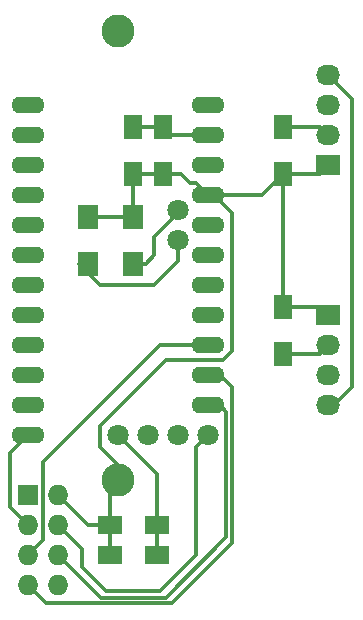
<source format=gtl>
G04 #@! TF.FileFunction,Copper,L1,Top,Signal*
%FSLAX46Y46*%
G04 Gerber Fmt 4.6, Leading zero omitted, Abs format (unit mm)*
G04 Created by KiCad (PCBNEW 4.0.2-stable) date 4/1/2016 8:20:13 PM*
%MOMM*%
G01*
G04 APERTURE LIST*
%ADD10C,0.100000*%
%ADD11C,2.800000*%
%ADD12R,2.000000X1.600000*%
%ADD13R,1.600000X2.000000*%
%ADD14R,1.727200X1.727200*%
%ADD15O,1.727200X1.727200*%
%ADD16R,2.032000X1.727200*%
%ADD17O,2.032000X1.727200*%
%ADD18R,1.700000X2.000000*%
%ADD19O,2.800000X1.400000*%
%ADD20C,1.800000*%
%ADD21C,0.300000*%
G04 APERTURE END LIST*
D10*
D11*
X109220000Y-112980000D03*
X109220000Y-74980000D03*
D12*
X108490000Y-119380000D03*
X112490000Y-119380000D03*
X108490000Y-116840000D03*
X112490000Y-116840000D03*
D13*
X110490000Y-87090000D03*
X110490000Y-83090000D03*
X113030000Y-87090000D03*
X113030000Y-83090000D03*
X123190000Y-87090000D03*
X123190000Y-83090000D03*
X123190000Y-98330000D03*
X123190000Y-102330000D03*
D14*
X101600000Y-114300000D03*
D15*
X104140000Y-114300000D03*
X101600000Y-116840000D03*
X104140000Y-116840000D03*
X101600000Y-119380000D03*
X104140000Y-119380000D03*
X101600000Y-121920000D03*
X104140000Y-121920000D03*
D16*
X127000000Y-86360000D03*
D17*
X127000000Y-83820000D03*
X127000000Y-81280000D03*
X127000000Y-78740000D03*
D16*
X127000000Y-99060000D03*
D17*
X127000000Y-101600000D03*
X127000000Y-104140000D03*
X127000000Y-106680000D03*
D18*
X106680000Y-94710000D03*
X106680000Y-90710000D03*
X110490000Y-94710000D03*
X110490000Y-90710000D03*
D19*
X116840000Y-81280000D03*
X101600000Y-81280000D03*
X116840000Y-83820000D03*
X101600000Y-83820000D03*
X116840000Y-86360000D03*
X101600000Y-86360000D03*
X116840000Y-88900000D03*
X101600000Y-88900000D03*
X116840000Y-91440000D03*
X101600000Y-91440000D03*
X116840000Y-93980000D03*
X101600000Y-93980000D03*
X116840000Y-96520000D03*
X101600000Y-96520000D03*
X116840000Y-99060000D03*
X101600000Y-99060000D03*
X116840000Y-101600000D03*
X101600000Y-101600000D03*
X116840000Y-104140000D03*
X101600000Y-104140000D03*
X116840000Y-106680000D03*
X101600000Y-106680000D03*
D20*
X116840000Y-109220000D03*
D19*
X101600000Y-109220000D03*
D20*
X114300000Y-90170000D03*
X114300000Y-92710000D03*
X114300000Y-109220000D03*
X111760000Y-109220000D03*
X109220000Y-109220000D03*
D21*
X123190000Y-98330000D02*
X126270000Y-98330000D01*
X126270000Y-98330000D02*
X127000000Y-99060000D01*
X123190000Y-87090000D02*
X126270000Y-87090000D01*
X126270000Y-87090000D02*
X127000000Y-86360000D01*
X116840000Y-88900000D02*
X121380000Y-88900000D01*
X121380000Y-88900000D02*
X123190000Y-87090000D01*
X123190000Y-87090000D02*
X123190000Y-98330000D01*
X109220000Y-112980000D02*
X108490000Y-113710000D01*
X108490000Y-113710000D02*
X108490000Y-116840000D01*
X108490000Y-116840000D02*
X108490000Y-119380000D01*
X107696000Y-110236000D02*
X107696000Y-108458000D01*
X109220000Y-111760000D02*
X107696000Y-110236000D01*
X118872000Y-102108000D02*
X118872000Y-94488000D01*
X118110000Y-102870000D02*
X118872000Y-102108000D01*
X113284000Y-102870000D02*
X118110000Y-102870000D01*
X107696000Y-108458000D02*
X113284000Y-102870000D01*
X109220000Y-112980000D02*
X109220000Y-111760000D01*
X118872000Y-90424000D02*
X117348000Y-88900000D01*
X118872000Y-94488000D02*
X118872000Y-90424000D01*
X117348000Y-88900000D02*
X116840000Y-88900000D01*
X116840000Y-88900000D02*
X117348000Y-88900000D01*
X104140000Y-114300000D02*
X106680000Y-116840000D01*
X106680000Y-116840000D02*
X108490000Y-116840000D01*
X106680000Y-90710000D02*
X110490000Y-90710000D01*
X110490000Y-90710000D02*
X110490000Y-87090000D01*
X110490000Y-87090000D02*
X113030000Y-87090000D01*
X113030000Y-87090000D02*
X114522000Y-87090000D01*
X114522000Y-87090000D02*
X115316000Y-87884000D01*
X115316000Y-87884000D02*
X115824000Y-87884000D01*
X115824000Y-87884000D02*
X116840000Y-88900000D01*
X123190000Y-83090000D02*
X126270000Y-83090000D01*
X126270000Y-83090000D02*
X127000000Y-83820000D01*
X123190000Y-102330000D02*
X126270000Y-102330000D01*
X126270000Y-102330000D02*
X127000000Y-101600000D01*
X112490000Y-116840000D02*
X112490000Y-112490000D01*
X112490000Y-112490000D02*
X109220000Y-109220000D01*
X112490000Y-116840000D02*
X112490000Y-119380000D01*
X110490000Y-83090000D02*
X113030000Y-83090000D01*
X113030000Y-83090000D02*
X113760000Y-83820000D01*
X113760000Y-83820000D02*
X116840000Y-83820000D01*
X101600000Y-116840000D02*
X100584000Y-115824000D01*
X100076000Y-110744000D02*
X101600000Y-109220000D01*
X100076000Y-115316000D02*
X100076000Y-110744000D01*
X100584000Y-115824000D02*
X100076000Y-115316000D01*
X104140000Y-116840000D02*
X106172000Y-118872000D01*
X115824000Y-110236000D02*
X116840000Y-109220000D01*
X115824000Y-119380000D02*
X115824000Y-110236000D01*
X112776000Y-122428000D02*
X115824000Y-119380000D01*
X108204000Y-122428000D02*
X112776000Y-122428000D01*
X106172000Y-120396000D02*
X108204000Y-122428000D01*
X106172000Y-118872000D02*
X106172000Y-120396000D01*
X116840000Y-101600000D02*
X114300000Y-101600000D01*
X112776000Y-101600000D02*
X112522000Y-101854000D01*
X114300000Y-101600000D02*
X112776000Y-101600000D01*
X112522000Y-101854000D02*
X106172000Y-108204000D01*
X102870000Y-118110000D02*
X102870000Y-112268000D01*
X102870000Y-112268000D02*
X102870000Y-111506000D01*
X102870000Y-111506000D02*
X106172000Y-108204000D01*
X102870000Y-118110000D02*
X101600000Y-119380000D01*
X104140000Y-119380000D02*
X107703998Y-122943998D01*
X118364000Y-107195998D02*
X117848002Y-106680000D01*
X118364000Y-117856000D02*
X118364000Y-107195998D01*
X113276002Y-122943998D02*
X118364000Y-117856000D01*
X107703998Y-122943998D02*
X113276002Y-122943998D01*
X117848002Y-106680000D02*
X116840000Y-106680000D01*
X101600000Y-121920000D02*
X103124000Y-123444000D01*
X118872000Y-105156000D02*
X117856000Y-104140000D01*
X118872000Y-118364000D02*
X118872000Y-105156000D01*
X113792000Y-123444000D02*
X118872000Y-118364000D01*
X103124000Y-123444000D02*
X113792000Y-123444000D01*
X117856000Y-104140000D02*
X116840000Y-104140000D01*
X114300000Y-90170000D02*
X114300000Y-90424000D01*
X114300000Y-90424000D02*
X112268000Y-92456000D01*
X112268000Y-92456000D02*
X112268000Y-93980000D01*
X112268000Y-93980000D02*
X111538000Y-94710000D01*
X111538000Y-94710000D02*
X110490000Y-94710000D01*
X127000000Y-106680000D02*
X127508000Y-106680000D01*
X127508000Y-106680000D02*
X129032000Y-105156000D01*
X129032000Y-80772000D02*
X127000000Y-78740000D01*
X129032000Y-105156000D02*
X129032000Y-80772000D01*
X106680000Y-94710000D02*
X105886000Y-94710000D01*
X106680000Y-94710000D02*
X106680000Y-95504000D01*
X106680000Y-95504000D02*
X107696000Y-96520000D01*
X107696000Y-96520000D02*
X112268000Y-96520000D01*
X112268000Y-96520000D02*
X114300000Y-94488000D01*
X114300000Y-94488000D02*
X114300000Y-92710000D01*
M02*

</source>
